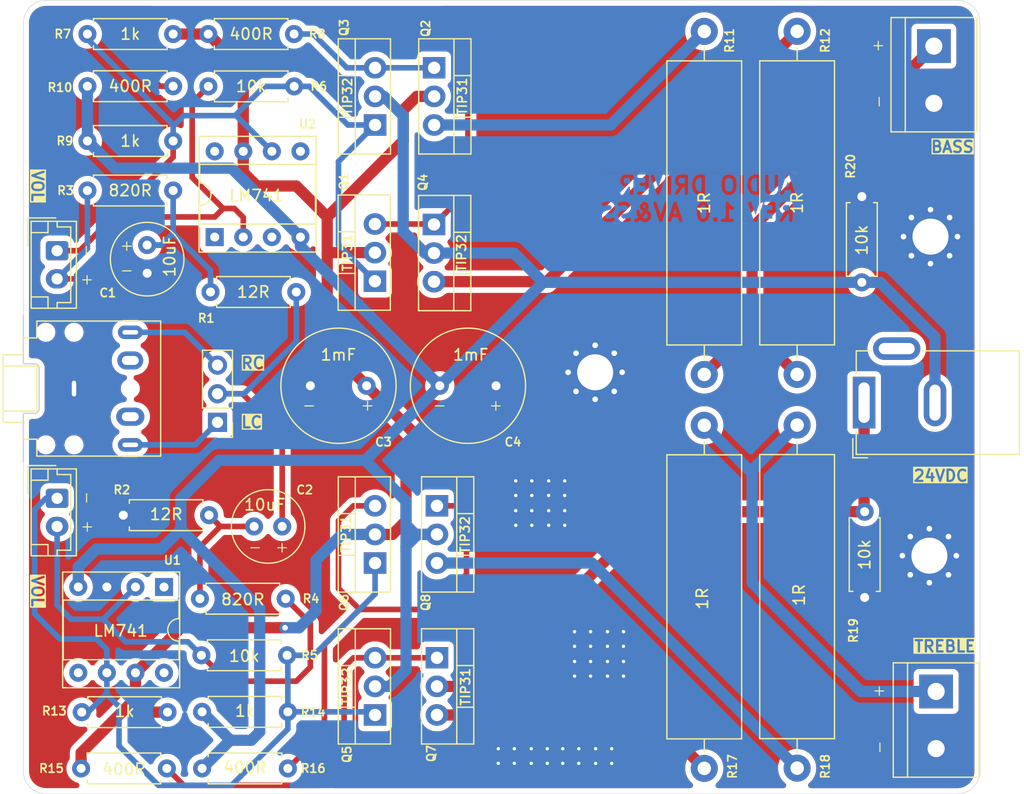
<source format=kicad_pcb>
(kicad_pcb (version 20240108) (generator "pcbnew") (generator_version "8.0")
  (layers (0 "F.Cu" signal) (31 "B.Cu" signal) (34 "B.Paste" user) (35 "F.Paste" user) (36 "B.SilkS" user "B.Silkscreen") (37 "F.SilkS" user "F.Silkscreen") (38 "B.Mask" user) (39 "F.Mask" user) (44 "Edge.Cuts" user))
  (net 0 "")
  (net 1 "VLPF")
  (net 2 "GND")
  (net 3 "VHPF")
  (net 4 "Vs")
  (net 5 "-12V")
  (net 6 "+12V")
  (net 7 "VHPF_PA")
  (net 8 "VLPF_PA")
  (net 9 "Net-(Q1-E)")
  (net 10 "Net-(Q2-E)")
  (net 11 "Net-(Q2-B)")
  (net 12 "Net-(Q4-E)")
  (net 13 "Net-(Q5-E)")
  (net 14 "Net-(Q6-E)")
  (net 15 "Net-(Q7-E)")
  (net 16 "Net-(Q8-E)")
  (net 17 "VBASS")
  (net 18 "VTREBLE")
  (net 25 "L")
  (net 26 "R")
  (net 27 "Net-(J3-Pin_2)")
  (net 28 "Net-(J4-Pin_2)")
  (net 29 "0")
  (footprint "Capacitor_THT:C_Radial_D10.0mm_H12.5mm_P5.00mm" (layer "F.Cu") (at 105.5 107.5 180)
    (property "Reference" "C4")
    (property "Value" "1mF")
  )
  (footprint "Connector_BarrelJack:BarrelJack_GCT_DCJ200-10-A_Horizontal" (layer "F.Cu") (at 138.2 109 90)
    (property "Reference" "J2" (hide yes))
    (property "Value" "24VDC")
  )
  (footprint "TerminalBlock:TerminalBlock_bornier-2_P5.08mm" (layer "F.Cu") (at 144.6 134.66 -90)
    (property "Reference" "J6" (hide yes))
    (property "Value" "TREBLE")
  )
  (footprint "Resistor_THT:R_Axial_DIN0207_L6.3mm_D2.5mm_P7.62mm_Horizontal" (layer "F.Cu") (at 138 90.69 -90)
    (property "Reference" "R20")
    (property "Value" "10k")
  )
  (footprint "MountingHole:MountingHole_3.2mm_M3_Pad_Via" (layer "F.Cu") (at 114.302944 106.302944)
    (property "Reference" "H2" (hide yes))
    (property "Value" "MountingHole_Pad")
  )
  (footprint "Resistor_THT:R_Axial_DIN0207_L6.3mm_D2.5mm_P7.62mm_Horizontal" (layer "F.Cu") (at 68.63 141.5)
    (property "Reference" "R15")
    (property "Value" "400R")
  )
  (footprint "Package_DIP:DIP-8_W7.62mm_Socket" (layer "F.Cu") (at 80.5 94.29 90)
    (property "Reference" "U2")
    (property "Value" "LM741")
  )
  (footprint "Resistor_THT:R_Axial_DIN0207_L6.3mm_D2.5mm_P7.62mm_Horizontal" (layer "F.Cu") (at 79.94 80.9)
    (property "Reference" "R6")
    (property "Value" "10k")
  )
  (footprint "Resistor_THT:R_Axial_DIN0207_L6.3mm_D2.5mm_P7.62mm_Horizontal" (layer "F.Cu") (at 138.25 118.69 -90)
    (property "Reference" "R19")
    (property "Value" "10k")
  )
  (footprint "Capacitor_THT:C_Radial_D6.3mm_H11.0mm_P2.50mm" (layer "F.Cu") (at 86.5 120 180)
    (property "Reference" "C2")
    (property "Value" "10uF")
  )
  (footprint "Connector_Audio:Jack_3.5mm_CUI_SJ1-3525N_Horizontal" (layer "F.Cu") (at 68 107.75 -90)
    (property "Reference" "J1" (hide yes))
    (property "Value" "AudioJack5")
    (fp_line (start -2.2 4.5) (end -6.5 4.5) (stroke (width 0.12)) (layer "Edge.Cuts"))
    (fp_line (start 2.2 4.5) (end 6.5 4.5) (stroke (width 0.12)) (layer "Edge.Cuts"))
    (fp_line (start -2.2 3.5) (end -2.2 4.5) (stroke (width 0.12)) (layer "Edge.Cuts"))
    (fp_line (start 2.2 3.5) (end 2.2 4.5) (stroke (width 0.12)) (layer "Edge.Cuts"))
    (fp_line (start 1.8 3.1) (end -1.8 3.1) (stroke (width 0.12)) (layer "Edge.Cuts"))
    (fp_arc (start -2.2 3.5) (mid -2.082842 3.217158) (end -1.8 3.1) (stroke (width 0.12)) (layer "Edge.Cuts"))
    (fp_arc (start 1.8 3.1) (mid 2.082843 3.217157) (end 2.2 3.5) (stroke (width 0.12)) (layer "Edge.Cuts"))
  )
  (footprint "Connector_PinHeader_2.54mm:PinHeader_1x03_P2.54mm_Vertical" (layer "F.Cu") (at 80.75 110.75 180)
    (property "Reference" "J7" (hide yes))
    (property "Value" "Channel")
  )
  (footprint "Resistor_THT:R_Axial_DIN0207_L6.3mm_D2.5mm_P7.62mm_Horizontal" (layer "F.Cu") (at 79.316666 131.446666)
    (property "Reference" "R5")
    (property "Value" "10k")
  )
  (footprint "Resistor_THT:R_Axial_DIN0207_L6.3mm_D2.5mm_P7.62mm_Horizontal" (layer "F.Cu") (at 79.93 76.25)
    (property "Reference" "R8")
    (property "Value" "400R")
  )
  (footprint "Connector_JST:JST_EH_B2B-EH-A_1x02_P2.50mm_Vertical" (layer "F.Cu") (at 66.5 95.5 -90)
    (property "Reference" "J4" (hide yes))
    (property "Value" "VOL")
  )
  (footprint "Resistor_THT:R_Axial_DIN0207_L6.3mm_D2.5mm_P7.62mm_Horizontal" (layer "F.Cu") (at 76.81 80.884428 180)
    (property "Reference" "R10")
    (property "Value" "400R")
  )
  (footprint "Resistor_THT:R_Axial_DIN0207_L6.3mm_D2.5mm_P7.62mm_Horizontal" (layer "F.Cu") (at 80 119 180)
    (property "Reference" "R2")
    (property "Value" "12R")
  )
  (footprint "TerminalBlock:TerminalBlock_bornier-2_P5.08mm" (layer "F.Cu") (at 144.4 77.325 -90)
    (property "Reference" "J5" (hide yes))
    (property "Value" "BASS")
  )
  (footprint "Resistor_THT:R_Axial_Power_L25.0mm_W6.4mm_P30.48mm" (layer "F.Cu") (at 132.25 110.995 -90)
    (property "Reference" "R18")
    (property "Value" "1R")
  )
  (footprint "Resistor_THT:R_Axial_DIN0207_L6.3mm_D2.5mm_P7.62mm_Horizontal" (layer "F.Cu") (at 76.81 76.25 180)
    (property "Reference" "R7")
    (property "Value" "1k")
  )
  (footprint "Resistor_THT:R_Axial_DIN0207_L6.3mm_D2.5mm_P7.62mm_Horizontal" (layer "F.Cu") (at 87 136.473332 180)
    (property "Reference" "R14")
    (property "Value" "1k")
  )
  (footprint "Resistor_THT:R_Axial_Power_L25.0mm_W6.4mm_P30.48mm" (layer "F.Cu") (at 132.25 106.49 90)
    (property "Reference" "R12")
    (property "Value" "1R")
  )
  (footprint "Package_TO_SOT_THT:TO-220-3_Vertical" (layer "F.Cu") (at 100.25 118.17 -90)
    (property "Reference" "Q8")
    (property "Value" "TIP32")
  )
  (footprint "MountingHole:MountingHole_3.2mm_M3_Pad_Via" (layer "F.Cu") (at 144.1 94.25)
    (property "Reference" "H1" (hide yes))
    (property "Value" "MountingHole_Pad")
  )
  (footprint "Package_TO_SOT_THT:TO-220-3_Vertical" (layer "F.Cu") (at 94.75 136.75 90)
    (property "Reference" "Q5")
    (property "Value" "TIP32")
  )
  (footprint "Package_TO_SOT_THT:TO-220-3_Vertical" (layer "F.Cu") (at 100 79.25 -90)
    (property "Reference" "Q2")
    (property "Value" "TIP31")
  )
  (footprint "Package_TO_SOT_THT:TO-220-3_Vertical" (layer "F.Cu") (at 99.985 93.17 -90)
    (property "Reference" "Q4")
    (property "Value" "TIP32")
  )
  (footprint "Package_TO_SOT_THT:TO-220-3_Vertical" (layer "F.Cu") (at 94.75 123.25 90)
    (property "Reference" "Q6")
    (property "Value" "TIP31")
  )
  (footprint "Connector_JST:JST_EH_B2B-EH-A_1x02_P2.50mm_Vertical" (layer "F.Cu") (at 66.5 117.5 -90)
    (property "Reference" "J3" (hide yes))
    (property "Value" "VOL")
  )
  (footprint "Package_TO_SOT_THT:TO-220-3_Vertical" (layer "F.Cu") (at 94.75 84.33 90)
    (property "Reference" "Q3")
    (property "Value" "TIP32")
  )
  (footprint "Package_TO_SOT_THT:TO-220-3_Vertical" (layer "F.Cu") (at 94.735 98.21 90)
    (property "Reference" "Q1")
    (property "Value" "TIP31")
  )
  (footprint "MountingHole:MountingHole_3.2mm_M3_Pad_Via" (layer "F.Cu") (at 144 122.6)
    (property "Reference" "H3" (hide yes))
    (property "Value" "MountingHole_Pad")
  )
  (footprint "Resistor_THT:R_Axial_Power_L25.0mm_W6.4mm_P30.48mm" (layer "F.Cu") (at 124 76.015 -90)
    (property "Reference" "R11")
    (property "Value" "1R")
  )
  (footprint "Resistor_THT:R_Axial_DIN0207_L6.3mm_D2.5mm_P7.62mm_Horizontal" (layer "F.Cu") (at 76.81 90.153286 180)
    (property "Reference" "R3")
    (property "Value" "820R")
  )
  (footprint "Resistor_THT:R_Axial_DIN0207_L6.3mm_D2.5mm_P7.62mm_Horizontal" (layer "F.Cu") (at 87 141.5 180)
    (property "Reference" "R16")
    (property "Value" "400R")
  )
  (footprint "Resistor_THT:R_Axial_DIN0207_L6.3mm_D2.5mm_P7.62mm_Horizontal" (layer "F.Cu") (at 79.19 126.42)
    (property "Reference" "R4")
    (property "Value" "820R")
  )
  (footprint "Package_TO_SOT_THT:TO-220-3_Vertical" (layer "F.Cu") (at 100.25 131.67 -90)
    (property "Reference" "Q7")
    (property "Value" "TIP31")
  )
  (footprint "Resistor_THT:R_Axial_DIN0207_L6.3mm_D2.5mm_P7.62mm_Horizontal" (layer "F.Cu") (at 76.31 136.5 180)
    (property "Reference" "R13")
    (property "Value" "1k")
  )
  (footprint "Capacitor_THT:C_Radial_D10.0mm_H12.5mm_P5.00mm" (layer "F.Cu") (at 94 107.5 180)
    (property "Reference" "C3")
    (property "Value" "1mF")
  )
  (footprint "Capacitor_THT:C_Radial_D6.3mm_H11.0mm_P2.50mm" (layer "F.Cu") (at 74.5 97.5 90)
    (property "Reference" "C1")
    (property "Value" "10uF")
  )
  (footprint "Resistor_THT:R_Axial_DIN0207_L6.3mm_D2.5mm_P7.62mm_Horizontal" (layer "F.Cu") (at 87.75 99.17 180)
    (property "Reference" "R1")
    (property "Value" "12R")
  )
  (footprint "Package_DIP:DIP-8_W7.62mm_Socket" (layer "F.Cu") (at 76 125.38 -90)
    (property "Reference" "U1")
    (property "Value" "LM741")
  )
  (footprint "Resistor_THT:R_Axial_Power_L25.0mm_W6.4mm_P30.48mm" (layer "F.Cu") (at 124 141.495 90)
    (property "Reference" "R17")
    (property "Value" "1R")
  )
  (footprint "Resistor_THT:R_Axial_DIN0207_L6.3mm_D2.5mm_P7.62mm_Horizontal" (layer "F.Cu") (at 76.81 85.75 180)
    (property "Reference" "R9")
    (property "Value" "1k")
  )
  (gr_line (start 63.5 75.25) (end 63.5 101.25) (stroke (width 0.05)) (layer "Edge.Cuts"))
  (gr_line (start 63.5 114.25) (end 63.5 141.75) (stroke (width 0.05)) (layer "Edge.Cuts"))
  (gr_line (start 146.5 73.25) (end 65.5 73.25) (stroke (width 0.05)) (layer "Edge.Cuts"))
  (gr_arc (start 65.5 143.75) (mid 64.085786 143.164214) (end 63.5 141.75) (stroke (width 0.05)) (layer "Edge.Cuts"))
  (gr_line (start 65.5 143.75) (end 146.5 143.75) (stroke (width 0.05)) (layer "Edge.Cuts"))
  (gr_arc (start 148.5 141.75) (mid 147.914214 143.164214) (end 146.5 143.75) (stroke (width 0.05)) (layer "Edge.Cuts"))
  (gr_arc (start 63.5 75.25) (mid 64.085786 73.835786) (end 65.5 73.25) (stroke (width 0.05)) (layer "Edge.Cuts"))
  (gr_arc (start 146.5 73.25) (mid 147.914214 73.835786) (end 148.5 75.25) (stroke (width 0.05)) (layer "Edge.Cuts"))
  (gr_line (start 148.5 141.75) (end 148.5 75.25) (stroke (width 0.05)) (layer "Edge.Cuts"))
  (gr_text "AUDIO DRIVER\nREV 1.0 AV&SS" (at 132.25 93 0) (layer "B.Cu" knockout) (effects (font (size 1.5 1.5) (thickness 0.3) (bold yes)) (justify left bottom mirror)))
  (gr_text "+" (at 138.776202 77.793067 0) (layer "F.SilkS") (effects (font (size 1 1) (thickness 0.1)) (justify left bottom)))
  (gr_text "-" (at 69.625 118.15 90) (layer "F.SilkS") (effects (font (size 1 1) (thickness 0.1)) (justify left bottom)))
  (gr_text "+" (at 104.8 109.8 0) (layer "F.SilkS") (effects (font (size 1 1) (thickness 0.1)) (justify left bottom)))
  (gr_text "-" (at 69.6 96.2 90) (layer "F.SilkS") (effects (font (size 1 1) (thickness 0.1)) (justify left bottom)))
  (gr_text "-" (at 140.11531 140.308296 90) (layer "F.SilkS") (effects (font (size 1 1) (thickness 0.1)) (justify left bottom)))
  (gr_text "-" (at 88.2 109.8 0) (layer "F.SilkS") (effects (font (size 1 1) (thickness 0.1)) (justify left bottom)))
  (gr_text "+" (at 138.867716 135.128067 0) (layer "F.SilkS") (effects (font (size 1 1) (thickness 0.1)) (justify left bottom)))
  (gr_text "+" (at 68.475 98.6 0) (layer "F.SilkS") (effects (font (size 1 1) (thickness 0.1)) (justify left bottom)))
  (gr_text "-" (at 83.4 122.4 0) (layer "F.SilkS") (effects (font (size 1 1) (thickness 0.1)) (justify left bottom)))
  (gr_text "-" (at 140.050918 82.946174 90) (layer "F.SilkS") (effects (font (size 1 1) (thickness 0.1)) (justify left bottom)))
  (gr_text "RC" (at 82.75 106.08 0) (layer "F.SilkS" knockout) (effects (font (size 1 1) (thickness 0.2) (bold yes)) (justify left bottom)))
  (gr_text "+" (at 85.8 122.4 0) (layer "F.SilkS") (effects (font (size 1 1) (thickness 0.1)) (justify left bottom)))
  (gr_text "-" (at 72 97.8 0) (layer "F.SilkS") (effects (font (size 1 1) (thickness 0.1)) (justify left bottom)))
  (gr_text "+" (at 68.5 120.55 0) (layer "F.SilkS") (effects (font (size 1 1) (thickness 0.1)) (justify left bottom)))
  (gr_text "+" (at 72 95.6 0) (layer "F.SilkS") (effects (font (size 1 1) (thickness 0.1)) (justify left bottom)))
  (gr_text "-" (at 99.8 109.8 0) (layer "F.SilkS") (effects (font (size 1 1) (thickness 0.1)) (justify left bottom)))
  (gr_text "LC" (at 82.75 111.33 0) (layer "F.SilkS" knockout) (effects (font (size 1 1) (thickness 0.2) (bold yes)) (justify left bottom)))
  (gr_text "+" (at 93.4 109.8 0) (layer "F.SilkS") (effects (font (size 1 1) (thickness 0.1)) (justify left bottom)))
  (segment (start 76.81 93.94) (end 80.13 97.26) (width 0.5) (layer "B.Cu") (net 1))
  (segment (start 80.13 97.26) (end 80.13 99.17) (width 0.5) (layer "B.Cu") (net 1))
  (segment (start 79.9 99.17) (end 80.13 99.17) (width 0.5) (layer "B.Cu") (net 1))
  (segment (start 74.5 95) (end 75.75 95) (width 0.5) (layer "B.Cu") (net 1))
  (segment (start 74.5 95) (end 75.73 95) (width 0.5) (layer "B.Cu") (net 1))
  (segment (start 75.75 95) (end 76.81 93.94) (width 0.5) (layer "B.Cu") (net 1))
  (segment (start 76.81 93.94) (end 76.81 90.153286) (width 0.5) (layer "B.Cu") (net 1))
  (segment (start 81 120) (end 79.19 121.81) (width 0.5) (layer "F.Cu") (net 3))
  (segment (start 79.19 121.81) (end 79.19 126.42) (width 0.5) (layer "F.Cu") (net 3))
  (segment (start 84 120) (end 81 120) (width 0.5) (layer "F.Cu") (net 3))
  (segment (start 81 120) (end 80 119) (width 0.5) (layer "F.Cu") (net 3))
  (segment (start 82.96 108.21) (end 86.5 111.75) (width 0.5) (layer "F.Cu") (net 4))
  (segment (start 80.75 108.21) (end 82.96 108.21) (width 0.5) (layer "F.Cu") (net 4))
  (segment (start 86.5 111.75) (end 86.5 120) (width 0.5) (layer "F.Cu") (net 4))
  (segment (start 87.75 103.5625) (end 87.75 99.17) (width 0.5) (layer "B.Cu") (net 4))
  (segment (start 83.1025 108.21) (end 87.75 103.5625) (width 0.5) (layer "B.Cu") (net 4))
  (segment (start 80.75 108.21) (end 83.1025 108.21) (width 0.5) (layer "B.Cu") (net 4))
  (segment (start 97.5 117.75) (end 97.5 119.865) (width 1) (layer "B.Cu") (net 5))
  (segment (start 99.1725 95.71) (end 97.25 93.7875) (width 1) (layer "B.Cu") (net 5))
  (segment (start 80.875 114.125) (end 77.5 117.5) (width 1) (layer "B.Cu") (net 5))
  (segment (start 97.5 119.865) (end 98.345 120.71) (width 1) (layer "B.Cu") (net 5))
  (segment (start 82 88.17) (end 71.61 88.17) (width 1) (layer "B.Cu") (net 5))
  (segment (start 97.5 121.75) (end 98.54 120.71) (width 1) (layer "B.Cu") (net 5))
  (segment (start 81.88 139) (end 79.38 141.5) (width 1) (layer "B.Cu") (net 5))
  (segment (start 77.5 120.25) (end 75.75 122) (width 1) (layer "B.Cu") (net 5))
  (segment (start 144.5 109) (end 144.5 103.17863) (width 1) (layer "B.Cu") (net 5))
  (segment (start 81.88 138.973332) (end 81.88 139) (width 1) (layer "B.Cu") (net 5))
  (segment (start 75.75 122) (end 70 122) (width 1) (layer "B.Cu") (net 5))
  (segment (start 88.12 94.29) (end 82 88.17) (width 1) (layer "B.Cu") (net 5))
  (segment (start 98.54 120.71) (end 100.25 120.71) (width 1) (layer "B.Cu") (net 5))
  (segment (start 97.5 132.75) (end 97.5 121.75) (width 1) (layer "B.Cu") (net 5))
  (segment (start 95.54 81.79) (end 94.75 81.79) (width 1) (layer "B.Cu") (net 5))
  (segment (start 94.75 134.21) (end 96.04 134.21) (width 1) (layer "B.Cu") (net 5))
  (segment (start 84.5 127.25) (end 84.5 138.25) (width 1) (layer "B.Cu") (net 5))
  (segment (start 71.61 88.17) (end 69.19 85.75) (width 1) (layer "B.Cu") (net 5))
  (segment (start 98.375 109.625) (end 93.875 114.125) (width 1) (layer "B.Cu") (net 5))
  (segment (start 99.985 95.71) (end 99.1725 95.71) (width 1) (layer "B.Cu") (net 5))
  (segment (start 98.375 109.625) (end 97.5 110.5) (width 1) (layer "B.Cu") (net 5))
  (segment (start 88.12 95.12) (end 88.12 94.29) (width 1) (layer "B.Cu") (net 5))
  (segment (start 107.09 95.71) (end 99.985 95.71) (width 1) (layer "B.Cu") (net 5))
  (segment (start 96.04 134.21) (end 97.5 132.75) (width 1) (layer "B.Cu") (net 5))
  (segment (start 144.5 103.17863) (end 139.63137 98.31) (width 1) (layer "B.Cu") (net 5))
  (segment (start 109.69 98.31) (end 100.5 107.5) (width 1) (layer "B.Cu") (net 5))
  (segment (start 97.25 83.5) (end 95.54 81.79) (width 1) (layer "B.Cu") (net 5))
  (segment (start 93.875 114.125) (end 80.875 114.125) (width 1) (layer "B.Cu") (net 5))
  (segment (start 98.345 120.71) (end 100.25 120.71) (width 1) (layer "B.Cu") (net 5))
  (segment (start 70 122) (end 68.38 123.62) (width 1) (layer "B.Cu") (net 5))
  (segment (start 69.19 85.75) (end 69.19 80.884428) (width 1) (layer "B.Cu") (net 5))
  (segment (start 139.63137 98.31) (end 138.5 98.31) (width 1) (layer "B.Cu") (net 5))
  (segment (start 100.5 107.5) (end 98.375 109.625) (width 1) (layer "B.Cu") (net 5))
  (segment (start 77.5 120.25) (end 84.5 127.25) (width 1) (layer "B.Cu") (net 5))
  (segment (start 93.875 114.125) (end 97.5 117.75) (width 1) (layer "B.Cu") (net 5))
  (segment (start 84.5 138.25) (end 83.75 139) (width 1) (layer "B.Cu") (net 5))
  (segment (start 68.38 123.62) (end 68.38 125.38) (width 1) (layer "B.Cu") (net 5))
  (segment (start 79.38 136.473332) (end 81.88 138.973332) (width 1) (layer "B.Cu") (net 5))
  (segment (start 83.75 139) (end 81.88 139) (width 1) (layer "B.Cu") (net 5))
  (segment (start 109.69 98.31) (end 107.09 95.71) (width 1) (layer "B.Cu") (net 5))
  (segment (start 97.25 93.7875) (end 97.25 83.5) (width 1) (layer "B.Cu") (net 5))
  (segment (start 77.5 117.5) (end 77.5 120.25) (width 1) (layer "B.Cu") (net 5))
  (segment (start 138.5 98.31) (end 109.69 98.31) (width 1) (layer "B.Cu") (net 5))
  (segment (start 100.5 107.5) (end 88.12 95.12) (width 1) (layer "B.Cu") (net 5))
  (segment (start 97.5 115.5) (end 97.5 119.5) (width 1) (layer "F.Cu") (net 6))
  (segment (start 73.46 135.21) (end 74.75 136.5) (width 1) (layer "F.Cu") (net 6))
  (segment (start 73.46 135.21) (end 73.46 135.29) (width 1) (layer "F.Cu") (net 6))
  (segment (start 104.04 134.21) (end 100.25 134.21) (width 1) (layer "F.Cu") (net 6))
  (segment (start 83.04 88.54) (end 83.04 86.67) (width 1) (layer "F.Cu") (net 6))
  (segment (start 138.2 109) (end 138.2 118.64) (width 1) (layer "F.Cu") (net 6))
  (segment (start 90.58 95.67) (end 90.5 95.75) (width 1) (layer "F.Cu") (net 6))
  (segment (start 114.12 113.25) (end 119.56 118.69) (width 1) (layer "F.Cu") (net 6))
  (segment (start 83.04 86.67) (end 83.04 79.36) (width 1) (layer "F.Cu") (net 6))
  (segment (start 73.46 133) (end 73.46 135.21) (width 1) (layer "F.Cu") (net 6))
  (segment (start 97.25 83) (end 98.46 81.79) (width 1) (layer "F.Cu") (net 6))
  (segment (start 87.75 89.75) (end 84.25 89.75) (width 1) (layer "F.Cu") (net 6))
  (segment (start 94 107.5) (end 99.75 113.25) (width 1) (layer "F.Cu") (net 6))
  (segment (start 94.735 95.67) (end 90.58 95.67) (width 1) (layer "F.Cu") (net 6))
  (segment (start 138.25 118.69) (end 119.56 118.69) (width 1) (layer "F.Cu") (net 6))
  (segment (start 94 107.5) (end 90.5 104) (width 1) (layer "F.Cu") (net 6))
  (segment (start 74.75 136.5) (end 76.31 136.5) (width 1) (layer "F.Cu") (net 6))
  (segment (start 90.5 95.75) (end 90.5 92.5) (width 1) (layer "F.Cu") (net 6))
  (segment (start 77.5 129) (end 73.5 133) (width 1) (layer "F.Cu") (net 6))
  (segment (start 97.25 85.75) (end 97.25 83) (width 1) (layer "F.Cu") (net 6))
  (segment (start 73.46 135.29) (end 68.63 140.12) (width 1) (layer "F.Cu") (net 6))
  (segment (start 83.04 79.36) (end 80.59 76.91) (width 1) (layer "F.Cu") (net 6))
  (segment (start 73.5 133) (end 73.46 133) (width 1) (layer "F.Cu") (net 6))
  (segment (start 98.46 81.79) (end 100 81.79) (width 1) (layer "F.Cu") (net 6))
  (segment (start 84.25 89.75) (end 83.04 88.54) (width 1) (layer "F.Cu") (net 6))
  (segment (start 99.75 113.25) (end 97.5 115.5) (width 1) (layer "F.Cu") (net 6))
  (segment (start 90.5 104) (end 90.5 95.75) (width 1) (layer "F.Cu") (net 6))
  (segment (start 90.5 92.5) (end 97.25 85.75) (width 1) (layer "F.Cu") (net 6))
  (segment (start 99.75 113.25) (end 114.12 113.25) (width 1) (layer "F.Cu") (net 6))
  (segment (start 80.59 76.91) (end 79.93 76.25) (width 1) (layer "F.Cu") (net 6))
  (segment (start 68.63 140.12) (end 68.63 141.5) (width 1) (layer "F.Cu") (net 6))
  (segment (start 90.5 92.5) (end 87.75 89.75) (width 1) (layer "F.Cu") (net 6))
  (segment (start 79.93 76.25) (end 76.81 76.25) (width 1) (layer "F.Cu") (net 6))
  (segment (start 96.29 120.71) (end 94.75 120.71) (width 1) (layer "F.Cu") (net 6))
  (segment (start 138.2 118.64) (end 138.25 118.69) (width 1) (layer "F.Cu") (net 6))
  (segment (start 86.75 129) (end 77.5 129) (width 1) (layer "F.Cu") (net 6))
  (segment (start 119.56 118.69) (end 104.04 134.21) (width 1) (layer "F.Cu") (net 6))
  (segment (start 97.5 119.5) (end 96.29 120.71) (width 1) (layer "F.Cu") (net 6))
  (via (at 86.75 129) (size 1) (drill 0.5) (layers "F.Cu" "B.Cu") (net 6))
  (segment (start 94.75 120.71) (end 91.79 120.71) (width 1) (layer "B.Cu") (net 6))
  (segment (start 88 129) (end 86.75 129) (width 1) (layer "B.Cu") (net 6))
  (segment (start 89.5 123) (end 89.5 127.5) (width 1) (layer "B.Cu") (net 6))
  (segment (start 91.79 120.71) (end 89.5 123) (width 1) (layer "B.Cu") (net 6))
  (segment (start 89.5 127.5) (end 88 129) (width 1) (layer "B.Cu") (net 6))
  (segment (start 86.936666 131.446666) (end 89.303334 131.446666) (width 0.5) (layer "B.Cu") (net 7))
  (segment (start 72 139.5) (end 75.5 143) (width 0.5) (layer "B.Cu") (net 7))
  (segment (start 70.92 134.83) (end 70.92 134.92) (width 0.5) (layer "B.Cu") (net 7))
  (segment (start 65.5 117.5) (end 66.5 117.5) (width 0.5) (layer "B.Cu") (net 7))
  (segment (start 72 136) (end 72 139.5) (width 0.5) (layer "B.Cu") (net 7))
  (segment (start 94.75 126) (end 94.75 123.25) (width 0.5) (layer "B.Cu") (net 7))
  (segment (start 87 136.473332) (end 87 131.51) (width 0.5) (layer "B.Cu") (net 7))
  (segment (start 75.5 143) (end 82 143) (width 0.5) (layer "B.Cu") (net 7))
  (segment (start 87 138) (end 87 136.473332) (width 0.5) (layer "B.Cu") (net 7))
  (segment (start 70.92 133) (end 70.92 130.92) (width 0.5) (layer "B.Cu") (net 7))
  (segment (start 94.473332 136.473332) (end 94.75 136.75) (width 0.5) (layer "B.Cu") (net 7))
  (segment (start 82 143) (end 87 138) (width 0.5) (layer "B.Cu") (net 7))
  (segment (start 89.303334 131.446666) (end 94.75 126) (width 0.5) (layer "B.Cu") (net 7))
  (segment (start 70.92 130.92) (end 70 130) (width 0.5) (layer "B.Cu") (net 7))
  (segment (start 70.92 133) (end 70.92 134.83) (width 0.5) (layer "B.Cu") (net 7))
  (segment (start 87 136.473332) (end 94.473332 136.473332) (width 0.5) (layer "B.Cu") (net 7))
  (segment (start 70.92 134.83) (end 69.25 136.5) (width 0.5) (layer "B.Cu") (net 7))
  (segment (start 70 130) (end 66.75 130) (width 0.5) (layer "B.Cu") (net 7))
  (segment (start 70.92 134.92) (end 72 136) (width 0.5) (layer "B.Cu") (net 7))
  (segment (start 64.5 127.75) (end 64.5 118.5) (width 0.5) (layer "B.Cu") (net 7))
  (segment (start 66.75 130) (end 64.5 127.75) (width 0.5) (layer "B.Cu") (net 7))
  (segment (start 69.25 136.5) (end 68.69 136.5) (width 0.5) (layer "B.Cu") (net 7))
  (segment (start 64.5 118.5) (end 65.5 117.5) (width 0.5) (layer "B.Cu") (net 7))
  (segment (start 87 131.51) (end 86.936666 131.446666) (width 0.5) (layer "B.Cu") (net 7))
  (segment (start 76.81 87.19) (end 68.5 95.5) (width 0.5) (layer "F.Cu") (net 8))
  (segment (start 68.5 95.5) (end 66.5 95.5) (width 0.5) (layer "F.Cu") (net 8))
  (segment (start 76.81 85.75) (end 76.81 87.19) (width 0.5) (layer "F.Cu") (net 8))
  (segment (start 82.3125 83.5) (end 84.9125 80.9) (width 0.5) (layer "B.Cu") (net 8))
  (segment (start 92.33 84.33) (end 94.75 84.33) (width 0.5) (layer "B.Cu") (net 8))
  (segment (start 94.75 84.33) (end 91.5 87.58) (width 0.5) (layer "B.Cu") (net 8))
  (segment (start 87.56 80.9) (end 88.9 80.9) (width 0.5) (layer "B.Cu") (net 8))
  (segment (start 76.81 84.44) (end 76.81 84.31) (width 0.5) (layer "B.Cu") (net 8))
  (segment (start 85.58 86.67) (end 85.42 86.67) (width 0.5) (layer "B.Cu") (net 8))
  (segment (start 76.81 85.75) (end 76.81 84.44) (width 0.5) (layer "B.Cu") (net 8))
  (segment (start 88.9 80.9) (end 92.33 84.33) (width 0.5) (layer "B.Cu") (net 8))
  (segment (start 77.75 83.5) (end 82.3125 83.5) (width 0.5) (layer "B.Cu") (net 8))
  (segment (start 84.9125 80.9) (end 87.56 80.9) (width 0.5) (layer "B.Cu") (net 8))
  (segment (start 85.58 86.67) (end 82.41 83.5) (width 0.5) (layer "B.Cu") (net 8))
  (segment (start 69.19 76.69) (end 69.19 76.25) (width 0.5) (layer "B.Cu") (net 8))
  (segment (start 76.81 84.31) (end 69.19 76.69) (width 0.5) (layer "B.Cu") (net 8))
  (segment (start 76.81 84.44) (end 77.75 83.5) (width 0.5) (layer "B.Cu") (net 8))
  (segment (start 91.5 94.975) (end 94.735 98.21) (width 0.5) (layer "B.Cu") (net 8))
  (segment (start 82.41 83.5) (end 82.3125 83.5) (width 0.5) (layer "B.Cu") (net 8))
  (segment (start 91.5 87.58) (end 91.5 94.975) (width 0.5) (layer "B.Cu") (net 8))
  (segment (start 99.945 93.13) (end 99.985 93.17) (width 0.5) (layer "F.Cu") (net 9))
  (segment (start 74 76.25) (end 76 74.25) (width 0.5) (layer "F.Cu") (net 9))
  (segment (start 99.5 74.25) (end 103 77.75) (width 0.5) (layer "F.Cu") (net 9))
  (segment (start 76.81 80.884428) (end 75.634428 80.884428) (width 0.5) (layer "F.Cu") (net 9))
  (segment (start 94.735 93.13) (end 99.945 93.13) (width 0.5) (layer "F.Cu") (net 9))
  (segment (start 76 74.25) (end 99.5 74.25) (width 0.5) (layer "F.Cu") (net 9))
  (segment (start 74 79.25) (end 74 76.25) (width 0.5) (layer "F.Cu") (net 9))
  (segment (start 103 90.155) (end 99.985 93.17) (width 0.5) (layer "F.Cu") (net 9))
  (segment (start 103 77.75) (end 103 90.155) (width 0.5) (layer "F.Cu") (net 9))
  (segment (start 75.634428 80.884428) (end 74 79.25) (width 0.5) (layer "F.Cu") (net 9))
  (segment (start 100 84.33) (end 115.685 84.33) (width 1) (layer "B.Cu") (net 10))
  (segment (start 115.685 84.33) (end 124 76.015) (width 1) (layer "B.Cu") (net 10))
  (segment (start 92.25 79.25) (end 100 79.25) (width 0.5) (layer "B.Cu") (net 11))
  (segment (start 87.55 76.25) (end 89.25 76.25) (width 0.5) (layer "B.Cu") (net 11))
  (segment (start 89.25 76.25) (end 92.25 79.25) (width 0.5) (layer "B.Cu") (net 11))
  (segment (start 99.985 98.25) (end 110.01 98.25) (width 1) (layer "F.Cu") (net 12))
  (segment (start 110.01 98.25) (end 132.25 76.01) (width 1) (layer "F.Cu") (net 12))
  (segment (start 92.83 131.67) (end 94.75 131.67) (width 0.5) (layer "F.Cu") (net 13))
  (segment (start 94.75 131.67) (end 100.25 131.67) (width 0.5) (layer "F.Cu") (net 13))
  (segment (start 92 140.75) (end 92 132.5) (width 0.5) (layer "F.Cu") (net 13))
  (segment (start 89.75 143) (end 92 140.75) (width 0.5) (layer "F.Cu") (net 13))
  (segment (start 76.25 141.5) (end 77.75 143) (width 0.5) (layer "F.Cu") (net 13))
  (segment (start 77.75 143) (end 89.75 143) (width 0.5) (layer "F.Cu") (net 13))
  (segment (start 92 132.5) (end 92.83 131.67) (width 0.5) (layer "F.Cu") (net 13))
  (segment (start 91.5 125.5) (end 91.5 119.5) (width 0.5) (layer "F.Cu") (net 14))
  (segment (start 90.25 138.25) (end 87 141.5) (width 0.5) (layer "F.Cu") (net 14))
  (segment (start 102.875 124.25) (end 102.875 119.625) (width 0.5) (layer "F.Cu") (net 14))
  (segment (start 93.375 127.375) (end 99.75 127.375) (width 0.5) (layer "F.Cu") (net 14))
  (segment (start 93.375 127.375) (end 90.25 130.5) (width 0.5) (layer "F.Cu") (net 14))
  (segment (start 93.375 127.375) (end 91.5 125.5) (width 0.5) (layer "F.Cu") (net 14))
  (segment (start 102.875 120) (end 102.875 119.625) (width 0.5) (layer "F.Cu") (net 14))
  (segment (start 99.75 127.375) (end 102.875 124.25) (width 0.5) (layer "F.Cu") (net 14))
  (segment (start 90.25 130.5) (end 90.25 138.25) (width 0.5) (layer "F.Cu") (net 14))
  (segment (start 92.83 118.17) (end 94.75 118.17) (width 0.5) (layer "F.Cu") (net 14))
  (segment (start 91.5 119.5) (end 92.83 118.17) (width 0.5) (layer "F.Cu") (net 14))
  (segment (start 102.875 119.625) (end 102.875 118.875) (width 0.5) (layer "F.Cu") (net 14))
  (segment (start 102.17 118.17) (end 100.25 118.17) (width 0.5) (layer "F.Cu") (net 14))
  (segment (start 102.875 118.875) (end 102.17 118.17) (width 0.5) (layer "F.Cu") (net 14))
  (segment (start 119.255 136.75) (end 124 141.495) (width 1) (layer "F.Cu") (net 15))
  (segment (start 100.25 136.75) (end 119.255 136.75) (width 1) (layer "F.Cu") (net 15))
  (segment (start 100.25 123.25) (end 114.025 123.25) (width 1) (layer "B.Cu") (net 16))
  (segment (start 114.025 123.25) (end 132.25 141.475) (width 1) (layer "B.Cu") (net 16))
  (segment (start 128.005 102.49) (end 128.25 102.49) (width 1) (layer "F.Cu") (net 17))
  (segment (start 144.4 77.325) (end 128.25 93.475) (width 1) (layer "F.Cu") (net 17))
  (segment (start 124 106.495) (end 128.005 102.49) (width 1) (layer "F.Cu") (net 17))
  (segment (start 128.25 93.475) (end 128.25 102.49) (width 1) (layer "F.Cu") (net 17))
  (segment (start 128.25 102.49) (end 132.25 106.49) (width 1) (layer "F.Cu") (net 17))
  (segment (start 124 111.015) (end 128.25 115.265) (width 1) (layer "B.Cu") (net 18))
  (segment (start 144.6 134.66) (end 137.91 134.66) (width 1) (layer "B.Cu") (net 18))
  (segment (start 128.25 114.995) (end 132.25 110.995) (width 1) (layer "B.Cu") (net 18))
  (segment (start 128.25 125) (end 128.25 116) (width 1) (layer "B.Cu") (net 18))
  (segment (start 128.25 116) (end 128.25 114.995) (width 1) (layer "B.Cu") (net 18))
  (segment (start 128.25 115.265) (end 128.25 116) (width 1) (layer "B.Cu") (net 18))
  (segment (start 137.91 134.66) (end 128.25 125) (width 1) (layer "B.Cu") (net 18))
  (segment (start 73 112.75) (end 78.75 112.75) (width 0.5) (layer "B.Cu") (net 25))
  (segment (start 78.75 112.75) (end 80.75 110.75) (width 0.5) (layer "B.Cu") (net 25))
  (segment (start 73 102.75) (end 77.83 102.75) (width 0.5) (layer "B.Cu") (net 26))
  (segment (start 77.83 102.75) (end 80.75 105.67) (width 0.5) (layer "B.Cu") (net 26))
  (segment (start 87.75 133.75) (end 81.62 133.75) (width 0.5) (layer "F.Cu") (net 27))
  (segment (start 89 128.61) (end 89 132.5) (width 0.5) (layer "F.Cu") (net 27))
  (segment (start 89 132.5) (end 87.75 133.75) (width 0.5) (layer "F.Cu") (net 27))
  (segment (start 81.62 133.75) (end 79.316666 131.446666) (width 0.5) (layer "F.Cu") (net 27))
  (segment (start 86.81 126.42) (end 89 128.61) (width 0.5) (layer "F.Cu") (net 27))
  (segment (start 78.12 130.25) (end 79.316666 131.446666) (width 0.5) (layer "B.Cu") (net 27))
  (segment (start 67.75 128.25) (end 70.59 128.25) (width 0.5) (layer "B.Cu") (net 27))
  (segment (start 72.59 130.25) (end 78.12 130.25) (width 0.5) (layer "B.Cu") (net 27))
  (segment (start 70.59 128.25) (end 73.46 125.38) (width 0.5) (layer "B.Cu") (net 27))
  (segment (start 66.5 127) (end 67.75 128.25) (width 0.5) (layer "B.Cu") (net 27))
  (segment (start 66.5 120) (end 66.5 127) (width 0.5) (layer "B.Cu") (net 27))
  (segment (start 70.59 128.25) (end 72.59 130.25) (width 0.5) (layer "B.Cu") (net 27))
  (segment (start 83.04 94.29) (end 83.04 92.54) (width 0.5) (layer "F.Cu") (net 28))
  (segment (start 83.04 92.54) (end 82.25 91.75) (width 0.5) (layer "F.Cu") (net 28))
  (segment (start 68.5 98) (end 66.5 98) (width 0.5) (layer "F.Cu") (net 28))
  (segment (start 78.5 82.34) (end 79.94 80.9) (width 0.5) (layer "F.Cu") (net 28))
  (segment (start 80.5 92.5) (end 74 92.5) (width 0.5) (layer "F.Cu") (net 28))
  (segment (start 81.25 91.75) (end 78.5 89) (width 0.5) (layer "F.Cu") (net 28))
  (segment (start 78.5 89) (end 78.5 82.34) (width 0.5) (layer "F.Cu") (net 28))
  (segment (start 81.25 91.75) (end 80.5 92.5) (width 0.5) (layer "F.Cu") (net 28))
  (segment (start 74 92.5) (end 68.5 98) (width 0.5) (layer "F.Cu") (net 28))
  (segment (start 82.25 91.75) (end 81.25 91.75) (width 0.5) (layer "F.Cu") (net 28))
  (segment (start 69.19 90.153286) (end 69.19 95.31) (width 0.5) (layer "B.Cu") (net 28))
  (segment (start 69.19 95.31) (end 66.5 98) (width 0.5) (layer "B.Cu") (net 28))
  (via (at 111.6 117.25) (size 0.6) (drill 0.3) (layers "F.Cu" "B.Cu") (net 29))
  (via (at 112.475 133.3) (size 0.6) (drill 0.3) (layers "F.Cu" "B.Cu") (net 29))
  (via (at 107.25 115.95) (size 0.6) (drill 0.3) (layers "F.Cu" "B.Cu") (net 29))
  (via (at 108.675 115.95) (size 0.6) (drill 0.3) (layers "F.Cu" "B.Cu") (net 29))
  (via (at 107.25 117.25) (size 0.6) (drill 0.3) (layers "F.Cu" "B.Cu") (net 29))
  (via (at 111.6 115.95) (size 0.6) (drill 0.3) (layers "F.Cu" "B.Cu") (net 29))
  (via (at 110.175 119.9) (size 0.6) (drill 0.3) (layers "F.Cu" "B.Cu") (net 29))
  (via (at 105.7 141.05) (size 0.6) (drill 0.3) (layers "F.Cu" "B.Cu") (net 29))
  (via (at 111.6 119.9) (size 0.6) (drill 0.3) (layers "F.Cu" "B.Cu") (net 29))
  (via (at 116.825 133.3) (size 0.6) (drill 0.3) (layers "F.Cu" "B.Cu") (net 29))
  (via (at 105.7 139.75) (size 0.6) (drill 0.3) (layers "F.Cu" "B.Cu") (net 29))
  (via (at 114.35 141.05) (size 0.6) (drill 0.3) (layers "F.Cu" "B.Cu") (net 29))
  (via (at 110.05 141.05) (size 0.6) (drill 0.3) (layers "F.Cu" "B.Cu") (net 29))
  (via (at 116.825 132) (size 0.6) (drill 0.3) (layers "F.Cu" "B.Cu") (net 29))
  (via (at 115.4 133.3) (size 0.6) (drill 0.3) (layers "F.Cu" "B.Cu") (net 29))
  (via (at 107.125 139.75) (size 0.6) (drill 0.3) (layers "F.Cu" "B.Cu") (net 29))
  (via (at 107.25 119.9) (size 0.6) (drill 0.3) (layers "F.Cu" "B.Cu") (net 29))
  (via (at 112.85 141.05) (size 0.6) (drill 0.3) (layers "F.Cu" "B.Cu") (net 29))
  (via (at 110.175 117.25) (size 0.6) (drill 0.3) (layers "F.Cu" "B.Cu") (net 29))
  (via (at 107.125 141.05) (size 0.6) (drill 0.3) (layers "F.Cu" "B.Cu") (net 29))
  (via (at 110.05 139.75) (size 0.6) (drill 0.3) (layers "F.Cu" "B.Cu") (net 29))
  (via (at 108.675 119.9) (size 0.6) (drill 0.3) (layers "F.Cu" "B.Cu") (net 29))
  (via (at 111.425 139.75) (size 0.6) (drill 0.3) (layers "F.Cu" "B.Cu") (net 29))
  (via (at 113.9 129.35) (size 0.6) (drill 0.3) (layers "F.Cu" "B.Cu") (net 29))
  (via (at 114.35 139.75) (size 0.6) (drill 0.3) (layers "F.Cu" "B.Cu") (net 29))
  (via (at 108.625 141.05) (size 0.6) (drill 0.3) (layers "F.Cu" "B.Cu") (net 29))
  (via (at 115.775 139.75) (size 0.6) (drill 0.3) (layers "F.Cu" "B.Cu") (net 29))
  (via (at 113.9 132) (size 0.6) (drill 0.3) (layers "F.Cu" "B.Cu") (net 29))
  (via (at 116.825 129.35) (size 0.6) (drill 0.3) (layers "F.Cu" "B.Cu") (net 29))
  (via (at 113.9 133.3) (size 0.6) (drill 0.3) (layers "F.Cu" "B.Cu") (net 29))
  (via (at 112.475 132) (size 0.6) (drill 0.3) (layers "F.Cu" "B.Cu") (net 29))
  (via (at 115.4 130.65) (size 0.6) (drill 0.3) (layers "F.Cu" "B.Cu") (net 29))
  (via (at 111.6 118.6) (size 0.6) (drill 0.3) (layers "F.Cu" "B.Cu") (net 29))
  (via (at 108.675 117.25) (size 0.6) (drill 0.3) (layers "F.Cu" "B.Cu") (net 29))
  (via (at 111.425 141.05) (size 0.6) (drill 0.3) (layers "F.Cu" "B.Cu") (net 29))
  (via (at 115.4 132) (size 0.6) (drill 0.3) (layers "F.Cu" "B.Cu") (net 29))
  (via (at 112.475 130.65) (size 0.6) (drill 0.3) (layers "F.Cu" "B.Cu") (net 29))
  (via (at 112.475 129.35) (size 0.6) (drill 0.3) (layers "F.Cu" "B.Cu") (net 29))
  (via (at 115.4 129.35) (size 0.6) (drill 0.3) (layers "F.Cu" "B.Cu") (net 29))
  (via (at 108.675 118.6) (size 0.6) (drill 0.3) (layers "F.Cu" "B.Cu") (net 29))
  (via (at 107.25 118.6) (size 0.6) (drill 0.3) (layers "F.Cu" "B.Cu") (net 29))
  (via (at 113.9 130.65) (size 0.6) (drill 0.3) (layers "F.Cu" "B.Cu") (net 29))
  (via (at 110.175 118.6) (size 0.6) (drill 0.3) (layers "F.Cu" "B.Cu") (net 29))
  (via (at 110.175 115.95) (size 0.6) (drill 0.3) (layers "F.Cu" "B.Cu") (net 29))
  (via (at 116.825 130.65) (size 0.6) (drill 0.3) (layers "F.Cu" "B.Cu") (net 29))
  (via (at 112.85 139.75) (size 0.6) (drill 0.3) (layers "F.Cu" "B.Cu") (net 29))
  (via (at 108.625 139.75) (size 0.6) (drill 0.3) (layers "F.Cu" "B.Cu") (net 29))
  (via (at 115.775 141.05) (size 0.6) (drill 0.3) (layers "F.Cu" "B.Cu") (net 29))
  (zone (net 29) (net_name "0") (layers "F&B.Cu") (connect_pads yes (clearance 0.5)) (min_thickness 0.5) (fill yes (thermal_gap 0.5) (thermal_bridge_width 0.5) (smoothing fillet) (radius 3))
    (polygon (pts (xy 63.5 73.25) (xy 148.5 73.25) (xy 148.5 143.75) (xy 63.5 143.75)))
  )
  (zone (net 5) (net_name "-12V") (layer "B.Cu") (priority 1) (connect_pads yes (clearance 0.5)) (min_thickness 0.25) (fill yes (thermal_gap 0.5) (thermal_bridge_width 0.5))
    (polygon (pts (xy 97 119.75) (xy 97 122.5) (xy 98 122) (xy 98 119.75)))
  )
)
</source>
